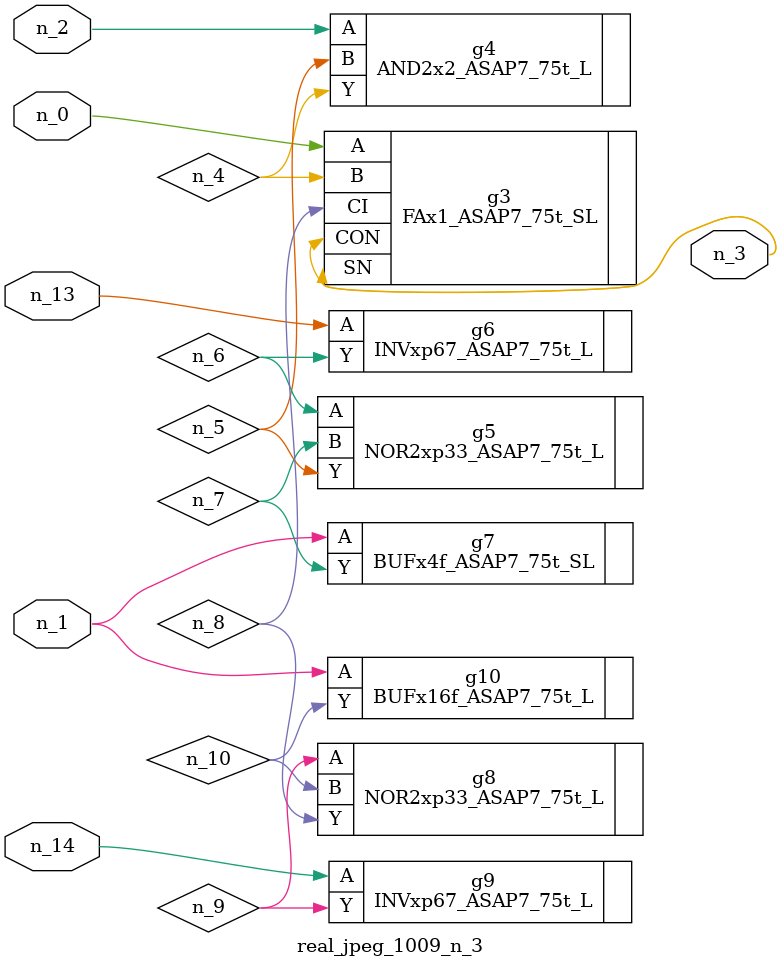
<source format=v>
module real_jpeg_1009_n_3 (n_0, n_1, n_14, n_2, n_13, n_3);

input n_0;
input n_1;
input n_14;
input n_2;
input n_13;

output n_3;

wire n_5;
wire n_8;
wire n_4;
wire n_6;
wire n_7;
wire n_10;
wire n_9;

FAx1_ASAP7_75t_SL g3 ( 
.A(n_0),
.B(n_4),
.CI(n_8),
.CON(n_3),
.SN(n_3)
);

BUFx4f_ASAP7_75t_SL g7 ( 
.A(n_1),
.Y(n_7)
);

BUFx16f_ASAP7_75t_L g10 ( 
.A(n_1),
.Y(n_10)
);

AND2x2_ASAP7_75t_L g4 ( 
.A(n_2),
.B(n_5),
.Y(n_4)
);

NOR2xp33_ASAP7_75t_L g5 ( 
.A(n_6),
.B(n_7),
.Y(n_5)
);

NOR2xp33_ASAP7_75t_L g8 ( 
.A(n_9),
.B(n_10),
.Y(n_8)
);

INVxp67_ASAP7_75t_L g6 ( 
.A(n_13),
.Y(n_6)
);

INVxp67_ASAP7_75t_L g9 ( 
.A(n_14),
.Y(n_9)
);


endmodule
</source>
